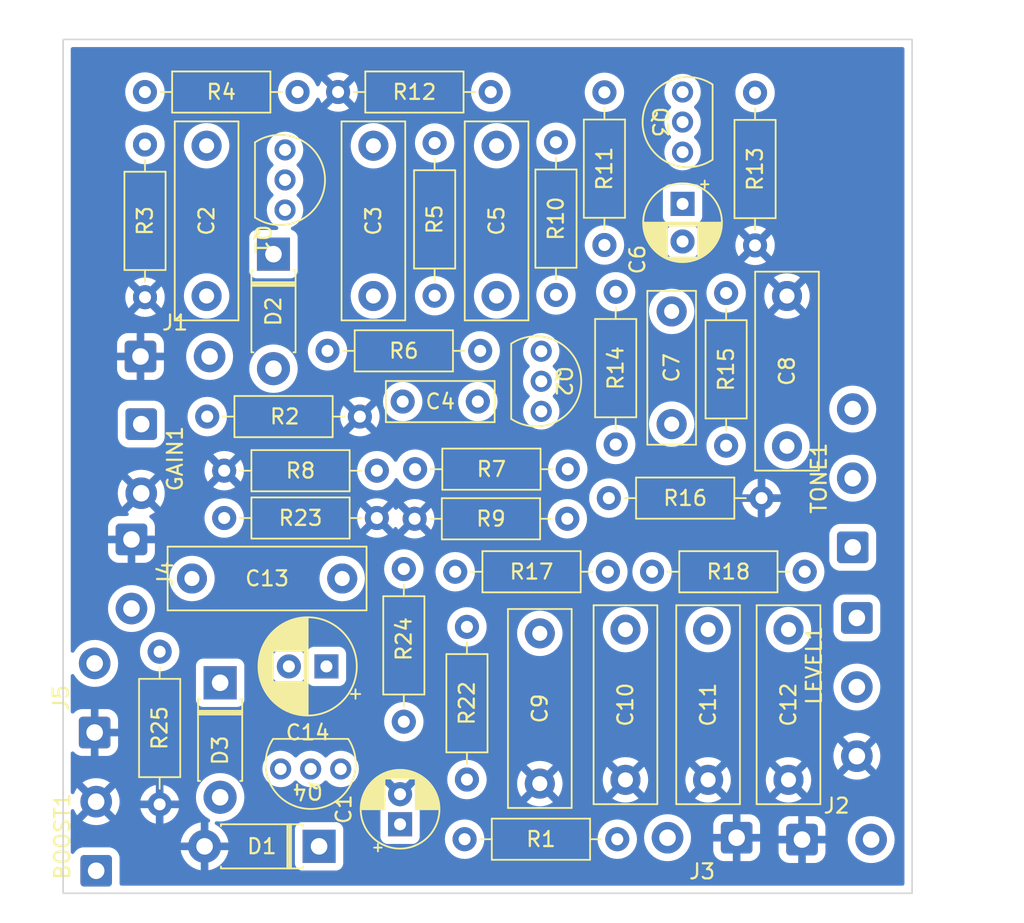
<source format=kicad_pcb>
(kicad_pcb (version 20211014) (generator pcbnew)
  (layers (0 "F.Cu" signal) (31 "B.Cu" signal) (34 "B.Paste" user) (35 "F.Paste" user) (36 "B.SilkS" user "B.Silkscreen") (37 "F.SilkS" user "F.Silkscreen") (38 "B.Mask" user) (39 "F.Mask" user) (44 "Edge.Cuts" user))
  (net 0 "")
  (net 1 "Net-(BOOST1-Pad1)")
  (net 2 "GND")
  (net 3 "VCC")
  (net 4 "ODR_IN")
  (net 5 "Net-(C2-Pad2)")
  (net 6 "Net-(C3-Pad1)")
  (net 7 "IN2")
  (net 8 "Net-(C4-Pad2)")
  (net 9 "Net-(C5-Pad1)")
  (net 10 "IN3")
  (net 11 "Net-(C6-Pad1)")
  (net 12 "Net-(C7-Pad2)")
  (net 13 "Net-(C8-Pad1)")
  (net 14 "Net-(C10-Pad2)")
  (net 15 "Net-(C11-Pad2)")
  (net 16 "SHO_IN")
  (net 17 "Net-(C13-Pad2)")
  (net 18 "Net-(C14-Pad1)")
  (net 19 "SHO_OUT")
  (net 20 "9V")
  (net 21 "Net-(D2-Pad2)")
  (net 22 "ODR_OUT")
  (net 23 "Net-(Q2-Pad3)")
  (net 24 "Net-(Q3-Pad3)")
  (net 25 "Net-(R17-Pad1)")
  (net 26 "IN4")
  (footprint "Resistor_THT:R_Axial_DIN0207_L6.3mm_D2.5mm_P10.16mm_Horizontal" (layer "F.Cu") (at 91.625 46.705 90)
    (fp_text reference "R13" (at 5.08 0 90) (layer "F.SilkS"))
    (fp_text value "330R" hide)
    (pad "1" thru_hole circle (at 0 0 90) (size 1.6 1.6) (drill 0.8) (layers *.Cu *.Mask) (net 2 "GND"))
    (pad "2" thru_hole oval (at 10.16 0 90) (size 1.6 1.6) (drill 0.8) (layers *.Cu *.Mask) (net 24 "Net-(Q3-Pad3)"))
  )
  (footprint "Connector_Wire:SolderWire-0.5sqmm_1x02_P4.6mm_D0.9mm_OD2.1mm" (layer "F.Cu") (at 50.725 54.1)
    (fp_text reference "J1" (at 2.3 -2.25) (layer "F.SilkS"))
    (fp_text value "OD_IN")
    (pad "1" thru_hole roundrect (at 0 0) (size 2.1 2.1) (drill 1.1) (layers *.Cu *.Mask) (roundrect_rratio 0.119048) (net 2 "GND"))
    (pad "2" thru_hole circle (at 4.6 0) (size 2.1 2.1) (drill 1.1) (layers *.Cu *.Mask) (net 4 "ODR_IN"))
  )
  (footprint "Resistor_THT:R_Axial_DIN0207_L6.3mm_D2.5mm_P10.16mm_Horizontal" (layer "F.Cu") (at 82.455 86.225 180)
    (fp_text reference "R1" (at 5.08 0) (layer "F.SilkS"))
    (fp_text value "82R" hide)
    (pad "1" thru_hole circle (at 0 0 180) (size 1.6 1.6) (drill 0.8) (layers *.Cu *.Mask) (net 20 "9V"))
    (pad "2" thru_hole oval (at 10.16 0 180) (size 1.6 1.6) (drill 0.8) (layers *.Cu *.Mask) (net 3 "VCC"))
  )
  (footprint "Resistor_THT:R_Axial_DIN0207_L6.3mm_D2.5mm_P10.16mm_Horizontal" (layer "F.Cu") (at 81.895 63.525)
    (fp_text reference "R16" (at 5.08 0) (layer "F.SilkS"))
    (fp_text value "82K" hide)
    (pad "1" thru_hole circle (at 0 0) (size 1.6 1.6) (drill 0.8) (layers *.Cu *.Mask) (net 12 "Net-(C7-Pad2)"))
    (pad "2" thru_hole oval (at 10.16 0) (size 1.6 1.6) (drill 0.8) (layers *.Cu *.Mask) (net 2 "GND"))
  )
  (footprint "Diode_THT:D_DO-41_SOD81_P7.62mm_Horizontal" (layer "F.Cu") (at 62.61 86.7 180)
    (fp_text reference "D1" (at 3.81 0) (layer "F.SilkS"))
    (fp_text value "1N4007" hide)
    (pad "1" thru_hole rect (at 0 0 180) (size 2.2 2.2) (drill 1.1) (layers *.Cu *.Mask) (net 20 "9V"))
    (pad "2" thru_hole oval (at 7.62 0 180) (size 2.2 2.2) (drill 1.1) (layers *.Cu *.Mask) (net 2 "GND"))
  )
  (footprint "Connector_Wire:SolderWire-0.5sqmm_1x02_P4.6mm_D0.9mm_OD2.1mm" (layer "F.Cu") (at 50.775 58.6 -90)
    (fp_text reference "GAIN1" (at 2.3 -2.25 90) (layer "F.SilkS"))
    (fp_text value "5KC")
    (pad "1" thru_hole roundrect (at 0 0 270) (size 2.1 2.1) (drill 1.1) (layers *.Cu *.Mask) (roundrect_rratio 0.119048) (net 21 "Net-(D2-Pad2)"))
    (pad "2" thru_hole circle (at 4.6 0 270) (size 2.1 2.1) (drill 1.1) (layers *.Cu *.Mask) (net 2 "GND"))
  )
  (footprint "Diode_THT:D_DO-41_SOD81_P7.62mm_Horizontal" (layer "F.Cu") (at 59.575 47.29 -90)
    (fp_text reference "D2" (at 3.81 0 90) (layer "F.SilkS"))
    (fp_text value "9.1VZener" hide)
    (pad "1" thru_hole rect (at 0 0 270) (size 2.2 2.2) (drill 1.1) (layers *.Cu *.Mask) (net 5 "Net-(C2-Pad2)"))
    (pad "2" thru_hole oval (at 7.62 0 270) (size 2.2 2.2) (drill 1.1) (layers *.Cu *.Mask) (net 21 "Net-(D2-Pad2)"))
  )
  (footprint "Connector_Wire:SolderWire-0.5sqmm_1x02_P4.6mm_D0.9mm_OD2.1mm" (layer "F.Cu") (at 47.775 88.325 90)
    (fp_text reference "BOOST1" (at 2.3 -2.25 90) (layer "F.SilkS"))
    (fp_text value "5KC")
    (pad "1" thru_hole roundrect (at 0 0 90) (size 2.1 2.1) (drill 1.1) (layers *.Cu *.Mask) (roundrect_rratio 0.119048) (net 1 "Net-(BOOST1-Pad1)"))
    (pad "2" thru_hole circle (at 4.6 0 90) (size 2.1 2.1) (drill 1.1) (layers *.Cu *.Mask) (net 2 "GND"))
  )
  (footprint "Connector_Wire:SolderWire-0.5sqmm_1x03_P4.6mm_D0.9mm_OD2.1mm" (layer "F.Cu") (at 98.4 71.5 -90)
    (fp_text reference "LEVEL1" (at 3.15 2.85 90) (layer "F.SilkS"))
    (fp_text value "100KB")
    (pad "1" thru_hole roundrect (at 0 0 270) (size 2.1 2.1) (drill 1.1) (layers *.Cu *.Mask) (roundrect_rratio 0.119048) (net 15 "Net-(C11-Pad2)"))
    (pad "2" thru_hole circle (at 4.6 0 270) (size 2.1 2.1) (drill 1.1) (layers *.Cu *.Mask) (net 22 "ODR_OUT"))
    (pad "3" thru_hole circle (at 9.2 0 270) (size 2.1 2.1) (drill 1.1) (layers *.Cu *.Mask) (net 2 "GND"))
  )
  (footprint "Resistor_THT:R_Axial_DIN0207_L6.3mm_D2.5mm_P10.16mm_Horizontal" (layer "F.Cu") (at 71.67 68.425)
    (fp_text reference "R17" (at 5.08 0) (layer "F.SilkS"))
    (fp_text value "10K" hide)
    (pad "1" thru_hole circle (at 0 0) (size 1.6 1.6) (drill 0.8) (layers *.Cu *.Mask) (net 25 "Net-(R17-Pad1)"))
    (pad "2" thru_hole oval (at 10.16 0) (size 1.6 1.6) (drill 0.8) (layers *.Cu *.Mask) (net 14 "Net-(C10-Pad2)"))
  )
  (footprint "Capacitor_THT:C_Rect_L13.0mm_W4.0mm_P10.00mm_FKS3_FKP3_MKS4" (layer "F.Cu") (at 77.3 82.525 90)
    (fp_text reference "C9" (at 5 0 90) (layer "F.SilkS"))
    (fp_text value "1n" hide)
    (pad "1" thru_hole circle (at 0 0 90) (size 2 2) (drill 1) (layers *.Cu *.Mask) (net 2 "GND"))
    (pad "2" thru_hole circle (at 10 0 90) (size 2 2) (drill 1) (layers *.Cu *.Mask) (net 14 "Net-(C10-Pad2)"))
  )
  (footprint "Resistor_THT:R_Axial_DIN0207_L6.3mm_D2.5mm_P10.16mm_Horizontal" (layer "F.Cu") (at 66.455 64.85 180)
    (fp_text reference "R23" (at 5.08 0) (layer "F.SilkS"))
    (fp_text value "1M" hide)
    (pad "1" thru_hole circle (at 0 0 180) (size 1.6 1.6) (drill 0.8) (layers *.Cu *.Mask) (net 2 "GND"))
    (pad "2" thru_hole oval (at 10.16 0 180) (size 1.6 1.6) (drill 0.8) (layers *.Cu *.Mask) (net 17 "Net-(C13-Pad2)"))
  )
  (footprint "Capacitor_THT:CP_Radial_D5.0mm_P2.50mm" (layer "F.Cu") (at 86.8 43.944888 -90)
    (fp_text reference "C6" (at 3.705112 3 90) (layer "F.SilkS"))
    (fp_text value "1u" hide)
    (pad "1" thru_hole rect (at 0 0 270) (size 1.6 1.6) (drill 0.8) (layers *.Cu *.Mask) (net 11 "Net-(C6-Pad1)"))
    (pad "2" thru_hole circle (at 2.5 0 270) (size 1.6 1.6) (drill 0.8) (layers *.Cu *.Mask) (net 26 "IN4"))
  )
  (footprint "Resistor_THT:R_Axial_DIN0207_L6.3mm_D2.5mm_P10.16mm_Horizontal" (layer "F.Cu") (at 70.3 39.895 -90)
    (fp_text reference "R5" (at 5.08 0 90) (layer "F.SilkS"))
    (fp_text value "5K1" hide)
    (pad "1" thru_hole circle (at 0 0 270) (size 1.6 1.6) (drill 0.8) (layers *.Cu *.Mask) (net 6 "Net-(C3-Pad1)"))
    (pad "2" thru_hole oval (at 10.16 0 270) (size 1.6 1.6) (drill 0.8) (layers *.Cu *.Mask) (net 3 "VCC"))
  )
  (footprint "Resistor_THT:R_Axial_DIN0207_L6.3mm_D2.5mm_P10.16mm_Horizontal" (layer "F.Cu") (at 65.325 58.1 180)
    (fp_text reference "R2" (at 5 0) (layer "F.SilkS"))
    (fp_text value "1M" hide)
    (pad "1" thru_hole circle (at 0 0 180) (size 1.6 1.6) (drill 0.8) (layers *.Cu *.Mask) (net 2 "GND"))
    (pad "2" thru_hole oval (at 10.16 0 180) (size 1.6 1.6) (drill 0.8) (layers *.Cu *.Mask) (net 4 "ODR_IN"))
  )
  (footprint "Resistor_THT:R_Axial_DIN0207_L6.3mm_D2.5mm_P10.16mm_Horizontal" (layer "F.Cu") (at 69 61.6)
    (fp_text reference "R7" (at 5.08 0) (layer "F.SilkS"))
    (fp_text value "1M" hide)
    (pad "1" thru_hole circle (at 0 0) (size 1.6 1.6) (drill 0.8) (layers *.Cu *.Mask) (net 8 "Net-(C4-Pad2)"))
    (pad "2" thru_hole oval (at 10.16 0) (size 1.6 1.6) (drill 0.8) (layers *.Cu *.Mask) (net 9 "Net-(C5-Pad1)"))
  )
  (footprint "footprints:Transistor_THT_2mmRM" (layer "F.Cu") (at 86.8 38.5 90)
    (fp_text reference "Q3" (at 0 -1.5 270 unlocked) (layer "F.SilkS"))
    (fp_text value "BS170" hide)
    (pad "1" thru_hole circle (at -2 0 90) (size 1.4 1.4) (drill 0.8) (layers *.Cu *.Mask) (net 11 "Net-(C6-Pad1)"))
    (pad "2" thru_hole circle (at 0 0 90) (size 1.4 1.4) (drill 0.8) (layers *.Cu *.Mask) (net 10 "IN3"))
    (pad "3" thru_hole circle (at 2 0 90) (size 1.4 1.4) (drill 0.8) (layers *.Cu *.Mask) (net 24 "Net-(Q3-Pad3)"))
  )
  (footprint "Capacitor_THT:C_Rect_L13.0mm_W4.0mm_P10.00mm_FKS3_FKP3_MKS4" (layer "F.Cu") (at 54.15 68.875)
    (fp_text reference "C13" (at 5 0) (layer "F.SilkS"))
    (fp_text value "100n" hide)
    (pad "1" thru_hole circle (at 0 0) (size 2 2) (drill 1) (layers *.Cu *.Mask) (net 16 "SHO_IN"))
    (pad "2" thru_hole circle (at 10 0) (size 2 2) (drill 1) (layers *.Cu *.Mask) (net 17 "Net-(C13-Pad2)"))
  )
  (footprint "Capacitor_THT:C_Rect_L13.0mm_W4.0mm_P10.00mm_FKS3_FKP3_MKS4" (layer "F.Cu") (at 55.125 50.075 90)
    (fp_text reference "C2" (at 5 0 90) (layer "F.SilkS"))
    (fp_text value "100n" hide)
    (pad "1" thru_hole circle (at 0 0 90) (size 2 2) (drill 1) (layers *.Cu *.Mask) (net 4 "ODR_IN"))
    (pad "2" thru_hole circle (at 10 0 90) (size 2 2) (drill 1) (layers *.Cu *.Mask) (net 5 "Net-(C2-Pad2)"))
  )
  (footprint "Connector_Wire:SolderWire-0.5sqmm_1x02_P4.6mm_D0.9mm_OD2.1mm" (layer "F.Cu") (at 47.675 79.125 90)
    (fp_text reference "J5" (at 2.3 -2.25 90) (layer "F.SilkS"))
    (fp_text value "SHO_OUT")
    (pad "1" thru_hole roundrect (at 0 0 90) (size 2.1 2.1) (drill 1.1) (layers *.Cu *.Mask) (roundrect_rratio 0.119048) (net 2 "GND"))
    (pad "2" thru_hole circle (at 4.6 0 90) (size 2.1 2.1) (drill 1.1) (layers *.Cu *.Mask) (net 19 "SHO_OUT"))
  )
  (footprint "Resistor_THT:R_Axial_DIN0207_L6.3mm_D2.5mm_P10.16mm_Horizontal" (layer "F.Cu") (at 52 73.745 -90)
    (fp_text reference "R25" (at 5.08 0 90) (layer "F.SilkS"))
    (fp_text value "47K" hide)
    (pad "1" thru_hole circle (at 0 0 270) (size 1.6 1.6) (drill 0.8) (layers *.Cu *.Mask) (net 19 "SHO_OUT"))
    (pad "2" thru_hole oval (at 10.16 0 270) (size 1.6 1.6) (drill 0.8) (layers *.Cu *.Mask) (net 2 "GND"))
  )
  (footprint "Connector_Wire:SolderWire-0.5sqmm_1x02_P4.6mm_D0.9mm_OD2.1mm" (layer "F.Cu") (at 94.75 86.25)
    (fp_text reference "J2" (at 2.3 -2.25) (layer "F.SilkS"))
    (fp_text value "ODR_OUT")
    (pad "1" thru_hole roundrect (at 0 0) (size 2.1 2.1) (drill 1.1) (layers *.Cu *.Mask) (roundrect_rratio 0.119048) (net 2 "GND"))
    (pad "2" thru_hole circle (at 4.6 0) (size 2.1 2.1) (drill 1.1) (layers *.Cu *.Mask) (net 22 "ODR_OUT"))
  )
  (footprint "Resistor_THT:R_Axial_DIN0207_L6.3mm_D2.5mm_P10.16mm_Horizontal" (layer "F.Cu") (at 68.25 78.405 90)
    (fp_text reference "R24" (at 5.5 0 90) (layer "F.SilkS"))
    (fp_text value "5K1" hide)
    (pad "1" thru_hole circle (at 0 0 90) (size 1.6 1.6) (drill 0.8) (layers *.Cu *.Mask) (net 18 "Net-(C14-Pad1)"))
    (pad "2" thru_hole oval (at 10.16 0 90) (size 1.6 1.6) (drill 0.8) (layers *.Cu *.Mask) (net 3 "VCC"))
  )
  (footprint "Resistor_THT:R_Axial_DIN0207_L6.3mm_D2.5mm_P10.16mm_Horizontal" (layer "F.Cu") (at 84.77 68.425)
    (fp_text reference "R18" (at 5.08 0) (layer "F.SilkS"))
    (fp_text value "10K" hide)
    (pad "1" thru_hole circle (at 0 0) (size 1.6 1.6) (drill 0.8) (layers *.Cu *.Mask) (net 14 "Net-(C10-Pad2)"))
    (pad "2" thru_hole oval (at 10.16 0) (size 1.6 1.6) (drill 0.8) (layers *.Cu *.Mask) (net 15 "Net-(C11-Pad2)"))
  )
  (footprint "Resistor_THT:R_Axial_DIN0207_L6.3mm_D2.5mm_P10.16mm_Horizontal" (layer "F.Cu") (at 78.375 50.005 90)
    (fp_text reference "R10" (at 5.08 0 90) (layer "F.SilkS"))
    (fp_text value "5K1" hide)
    (pad "1" thru_hole circle (at 0 0 90) (size 1.6 1.6) (drill 0.8) (layers *.Cu *.Mask) (net 9 "Net-(C5-Pad1)"))
    (pad "2" thru_hole oval (at 10.16 0 90) (size 1.6 1.6) (drill 0.8) (layers *.Cu *.Mask) (net 3 "VCC"))
  )
  (footprint "Connector_Wire:SolderWire-0.5sqmm_1x02_P4.6mm_D0.9mm_OD2.1mm" (layer "F.Cu") (at 50.125 66.275 -90)
    (fp_text reference "J4" (at 2.3 -2.25 90) (layer "F.SilkS"))
    (fp_text value "SHO_IN")
    (pad "1" thru_hole roundrect (at 0 0 270) (size 2.1 2.1) (drill 1.1) (layers *.Cu *.Mask) (roundrect_rratio 0.119048) (net 2 "GND"))
    (pad "2" thru_hole circle (at 4.6 0 270) (size 2.1 2.1) (drill 1.1) (layers *.Cu *.Mask) (net 16 "SHO_IN"))
  )
  (footprint "Capacitor_THT:C_Rect_L13.0mm_W4.0mm_P10.00mm_FKS3_FKP3_MKS4" (layer "F.Cu") (at 83 82.275 90)
    (fp_text reference "C10" (at 5 0 90) (layer "F.SilkS"))
    (fp_text value "1n" hide)
    (pad "1" thru_hole circle (at 0 0 90) (size 2 2) (drill 1) (layers *.Cu *.Mask) (net 2 "GND"))
    (pad "2" thru_hole circle (at 10 0 90) (size 2 2) (drill 1) (layers *.Cu *.Mask) (net 14 "Net-(C10-Pad2)"))
  )
  (footprint "Connector_Wire:SolderWire-0.5sqmm_1x02_P4.6mm_D0.9mm_OD2.1mm" (layer "F.Cu") (at 90.4 86.125 180)
    (fp_text reference "J3" (at 2.3 -2.25) (layer "F.SilkS"))
    (fp_text value "9V")
    (pad "1" thru_hole roundrect (at 0 0 180) (size 2.1 2.1) (drill 1.1) (layers *.Cu *.Mask) (roundrect_rratio 0.119048) (net 2 "GND"))
    (pad "2" thru_hole circle (at 4.6 0 180) (size 2.1 2.1) (drill 1.1) (layers *.Cu *.Mask) (net 20 "9V"))
  )
  (footprint "Capacitor_THT:C_Rect_L10.0mm_W3.0mm_P7.50mm_MKS4" (layer "F.Cu") (at 86.075 51.1 -90)
    (fp_text reference "C7" (at 3.75 0 90) (layer "F.SilkS"))
    (fp_text value "10n" hide)
    (pad "1" thru_hole circle (at 0 0 270) (size 2 2) (drill 1) (layers *.Cu *.Mask) (net 26 "IN4"))
    (pad "2" thru_hole circle (at 7.5 0 270) (size 2 2) (drill 1) (layers *.Cu *.Mask) (net 12 "Net-(C7-Pad2)"))
  )
  (footprint "Resistor_THT:R_Axial_DIN0207_L6.3mm_D2.5mm_P10.16mm_Horizontal" (layer "F.Cu") (at 81.6 36.52 -90)
    (fp_text reference "R11" (at 5.08 0 90) (layer "F.SilkS"))
    (fp_text value "1M" hide)
    (pad "1" thru_hole circle (at 0 0 270) (size 1.6 1.6) (drill 0.8) (layers *.Cu *.Mask) (net 10 "IN3"))
    (pad "2" thru_hole oval (at 10.16 0 270) (size 1.6 1.6) (drill 0.8) (layers *.Cu *.Mask) (net 11 "Net-(C6-Pad1)"))
  )
  (footprint "Resistor_THT:R_Axial_DIN0207_L6.3mm_D2.5mm_P10.16mm_Horizontal" (layer "F.Cu") (at 68.97 64.9)
    (fp_text reference "R9" (at 5.08 0) (layer "F.SilkS"))
    (fp_text value "100R" hide)
    (pad "1" thru_hole circle (at 0 0) (size 1.6 1.6) (drill 0.8) (layers *.Cu *.Mask) (net 2 "GND"))
    (pad "2" thru_hole oval (at 10.16 0) (size 1.6 1.6) (drill 0.8) (layers *.Cu *.Mask) (net 23 "Net-(Q2-Pad3)"))
  )
  (footprint "Capacitor_THT:C_Rect_L13.0mm_W4.0mm_P10.00mm_FKS3_FKP3_MKS4" (layer "F.Cu") (at 66.225 40.075 -90)
    (fp_text reference "C3" (at 5 0 90) (layer "F.SilkS"))
    (fp_text value "22n" hide)
    (pad "1" thru_hole circle (at 0 0 270) (size 2 2) (drill 1) (layers *.Cu *.Mask) (net 6 "Net-(C3-Pad1)"))
    (pad "2" thru_hole circle (at 10 0 270) (size 2 2) (drill 1) (layers *.Cu *.Mask) (net 7 "IN2"))
  )
  (footprint "Resistor_THT:R_Axial_DIN0207_L6.3mm_D2.5mm_P10.16mm_Horizontal" (layer "F.Cu") (at 51.025 50.155 90)
    (fp_text reference "R3" (at 5.08 0 90) (layer "F.SilkS"))
    (fp_text value "1M" hide)
    (pad "1" thru_hole circle (at 0 0 90) (size 1.6 1.6) (drill 0.8) (layers *.Cu *.Mask) (net 2 "GND"))
    (pad "2" thru_hole oval (at 10.16 0 90) (size 1.6 1.6) (drill 0.8) (layers *.Cu *.Mask) (net 5 "Net-(C2-Pad2)"))
  )
  (footprint "Capacitor_THT:C_Rect_L13.0mm_W4.0mm_P10.00mm_FKS3_FKP3_MKS4" (layer "F.Cu") (at 93.85 82.275 90)
    (fp_text reference "C12" (at 5 0 90) (layer "F.SilkS"))
    (fp_text value "1n" hide)
    (pad "1" thru_hole circle (at 0 0 90) (size 2 2) (drill 1) (layers *.Cu *.Mask) (net 2 "GND"))
    (pad "2" thru_hole circle (at 10 0 90) (size 2 2) (drill 1) (layers *.Cu *.Mask) (net 15 "Net-(C11-Pad2)"))
  )
  (footprint "Capacitor_THT:CP_Radial_D6.3mm_P2.50mm" (layer "F.Cu") (at 63.1 74.725 180)
    (fp_text reference "C14" (at 1.25 -4.4) (layer "F.SilkS"))
    (fp_text value "10u" hide)
    (pad "1" thru_hole rect (at 0 0 180) (size 1.6 1.6) (drill 0.8) (layers *.Cu *.Mask) (net 18 "Net-(C14-Pad1)"))
    (pad "2" thru_hole circle (at 2.5 0 180) (size 1.6 1.6) (drill 0.8) (layers *.Cu *.Mask) (net 19 "SHO_OUT"))
  )
  (footprint "Capacitor_THT:C_Rect_L7.0mm_W2.5mm_P5.00mm" (layer "F.Cu") (at 68.175 57.1)
    (fp_text reference "C4" (at 2.5 0) (layer "F.SilkS"))
    (fp_text value "470p" hide)
    (pad "1" thru_hole circle (at 0 0) (size 1.6 1.6) (drill 0.8) (layers *.Cu *.Mask) (net 7 "IN2"))
    (pad "2" thru_hole circle (at 5 0) (size 1.6 1.6) (drill 0.8) (layers *.Cu *.Mask) (net 8 "Net-(C4-Pad2)"))
  )
  (footprint "Resistor_THT:R_Axial_DIN0207_L6.3mm_D2.5mm_P10.16mm_Horizontal" (layer "F.Cu") (at 89.7 49.875 -90)
    (fp_text reference "R15" (at 5.08 0 90) (layer "F.SilkS"))
    (fp_text value "47K" hide)
    (pad "1" thru_hole circle (at 0 0 270) (size 1.6 1.6) (drill 0.8) (layers *.Cu *.Mask) (net 26 "IN4"))
    (pad "2" thru_hole oval (at 10.16 0 270) (size 1.6 1.6) (drill 0.8) (layers *.Cu *.Mask) (net 13 "Net-(C8-Pad1)"))
  )
  (footprint "Resistor_THT:R_Axial_DIN0207_L6.3mm_D2.5mm_P10.16mm_Horizontal" (layer "F.Cu") (at 82.35 49.795 -90)
    (fp_text reference "R14" (at 5.08 0 -270) (layer "F.SilkS"))
    (fp_text value "5K1" hide)
    (pad "1" thru_hole circle (at 0 0 270) (size 1.6 1.6) (drill 0.8) (layers *.Cu *.Mask) (net 11 "Net-(C6-Pad1)"))
    (pad "2" thru_hole oval (at 10.16 0 270) (size 1.6 1.6) (drill 0.8) (layers *.Cu *.Mask) (net 3 "VCC"))
  )
  (footprint "Connector_Wire:SolderWire-0.5sqmm_1x03_P4.6mm_D0.9mm_OD2.1mm" (layer "F.Cu") (at 98.125 66.8 90)
    (fp_text reference "TONE1" (at 4.6 -2.25 90) (layer "F.SilkS"))
    (fp_text value "100KB")
    (pad "1" thru_hole roundrect (at 0 0 90) (size 2.1 2.1) (drill 1.1) (layers *.Cu *.Mask) (roundrect_rratio 0.119048) (net 13 "Net-(C8-Pad1)"))
    (pad "2" thru_hole circle (at 4.6 0 90) (size 2.1 2.1) (drill 1.1) (layers *.Cu *.Mask) (net 25 "Net-(R17-Pad1)"))
    (pad "3" thru_hole circle (at 9.2 0 90) (size 2.1 2.1) (drill 1.1) (layers *.Cu *.Mask) (net 12 "Net-(C7-Pad2)"))
  )
  (footprint "Resistor_THT:R_Axial_DIN0207_L6.3mm_D2.5mm_P10.16mm_Horizontal" (layer "F.Cu") (at 73.33 53.725 180)
    (fp_text reference "R6" (at 5.08 0) (layer "F.SilkS"))
    (fp_text value "470K" hide)
    (pad "1" thru_hole circle (at 0 0 180) (size 1.6 1.6) (drill 0.8) (layers *.Cu *.Mask) (net 8 "Net-(C4-Pad2)"))
    (pad "2" thru_hole oval (at 10.16 0 180) (size 1.6 1.6) (drill 0.8) (layers *.Cu *.Mask) (net 7 "IN2"))
  )
  (footprint "Resistor_THT:R_Axial_DIN0207_L6.3mm_D2.5mm_P10.16mm_Horizontal" (layer "F.Cu") (at 56.295 61.7)
    (fp_text reference "R8" (at 5.08 0) (layer "F.SilkS"))
    (fp_text value "1M" hide)
    (pad "1" thru_hole circle (at 0 0) (size 1.6 1.6) (drill 0.8) (layers *.Cu *.Mask) (net 2 "GND"))
    (pad "2" thru_hole oval (at 10.16 0) (size 1.6 1.6) (drill 0.8) (layers *.Cu *.Mask) (net 8 "Net-(C4-Pad2)"))
  )
  (footprint "footprints:Transistor_THT_2mmRM" (layer "F.Cu") (at 62.05 81.55 180)
    (fp_text reference "Q4" (at 0.19 -1.5 180 unlocked) (layer "F.SilkS"))
    (fp_text value "BS170" hide)
    (pad "1" thru_hole circle (at -2 0 180) (size 1.4 1.4) (drill 0.8) (layers *.Cu *.Mask) (net 18 "Net-(C14-Pad1)"))
    (pad "2" thru_hole circle (at 0 0 180) (size 1.4 1.4) (drill 0.8) (layers *.Cu *.Mask) (net 17 "Net-(C13-Pad2)"))
    (pad "3" thru_hole circle (at 2 0 180) (size 1.4 1.4) (drill 0.8) (layers *.Cu *.Mask) (net 1 "Net-(BOOST1-Pad1)"))
  )
  (footprint "Resistor_THT:R_Axial_DIN0207_L6.3mm_D2.5mm_P10.16mm_Horizontal" (layer "F.Cu") (at 63.875 36.5)
    (fp_text reference "R12" (at 5.08 0) (layer "F.SilkS"))
    (fp_text value "1M" hide)
    (pad "1" thru_hole circle (at 0 0) (size 1.6 1.6) (drill 0.8) (layers *.Cu *.Mask) (net 2 "GND"))
    (pad "2" thru_hole oval (at 10.16 0) (size 1.6 1.6) (drill 0.8) (layers *.Cu *.Mask) (net 10 "IN3"))
  )
  (footprint "Resistor_THT:R_Axial_DIN0207_L6.3mm_D2.5mm_P10.16mm_Horizontal" (layer "F.Cu") (at 51.02 36.5)
    (fp_text reference "R4" (at 5.08 0) (layer "F.SilkS"))
    (fp_text value "1M" hide)
    (pad "1" thru_hole circle (at 0 0) (size 1.6 1.6) (drill 0.8) (layers *.Cu *.Mask) (net 5 "Net-(C2-Pad2)"))
    (pad "2" thru_hole oval (at 10.16 0) (size 1.6 1.6) (drill 0.8) (layers *.Cu *.Mask) (net 6 "Net-(C3-Pad1)"))
  )
  (footprint "Capacitor_THT:C_Rect_L13.0mm_W4.0mm_P10.00mm_FKS3_FKP3_MKS4" (layer "F.Cu") (at 88.5 82.275 90)
    (fp_text reference "C11" (at 5 0 90) (layer "F.SilkS"))
    (fp_text value "1n" hide)
    (pad "1" thru_hole circle (at 0 0 90) (size 2 2) (drill 1) (layers *.Cu *.Mask) (net 2 "GND"))
    (pad "2" thru_hole circle (at 10 0 90) (size 2 2) (drill 1) (layers *.Cu *.Mask) (net 15 "Net-(C11-Pad2)"))
  )
  (footprint "Capacitor_THT:C_Rect_L13.0mm_W4.0mm_P10.00mm_FKS3_FKP3_MKS4" (layer "F.Cu") (at 74.425 50.075 90)
    (fp_text reference "C5" (at 5 0 90) (layer "F.SilkS"))
    (fp_text value "22n" hide)
    (pad "1" thru_hole circle (at 0 0 90) (size 2 2) (drill 1) (layers *.Cu *.Mask) (net 9 "Net-(C5-Pad1)"))
    (pad "2" thru_hole circle (at 10 0 90) (size 2 2) (drill 1) (layers *.Cu *.Mask) (net 10 "IN3"))
  )
  (footprint "Resistor_THT:R_Axial_DIN0207_L6.3mm_D2.5mm_P10.16mm_Horizontal" (layer "F.Cu") (at 72.45 72.095 -90)
    (fp_text reference "R22" (at 5.08 0 90) (layer "F.SilkS"))
    (fp_text value "1M" hide)
    (pad "1" thru_hole circle (at 0 0 270) (size 1.6 1.6) (drill 0.8) (layers *.Cu *.Mask) (net 17 "Net-(C13-Pad2)"))
    (pad "2" thru_hole oval (at 10.16 0 270) (size 1.6 1.6) (drill 0.8) (layers *.Cu *.Mask) (net 18 "Net-(C14-Pad1)"))
  )
  (footprint "Capacitor_THT:CP_Radial_D5.0mm_P2.00mm" (layer "F.Cu") (at 68 85.230112 90)
    (fp_text reference "C1" (at 1 -3.75 90) (layer "F.SilkS"))
    (fp_text value "47u" hide)
    (pad "1" thru_hole rect (at 0 0 90) (size 1.6 1.6) (drill 0.8) (layers *.Cu *.Mask) (net 3 "VCC"))
    (pad "2" thru_hole circle (at 2 0 90) (size 1.6 1.6) (drill 0.8) (layers *.Cu *.Mask) (net 2 "GND"))
  )
  (footprint "Diode_THT:D_DO-41_SOD81_P7.62mm_Horizontal" (layer "F.Cu") (at 56.025 75.815 -90)
    (fp_text reference "D3" (at 4.5 0 -270) (layer "F.SilkS"))
    (fp_text value "1N4148" hide)
    (pad "1" thru_hole rect (at 0 0 270) (size 2.2 2.2) (drill 1.1) (layers *.Cu *.Mask) (net 17 "Net-(C13-Pad2)"))
    (pad "2" thru_hole oval (at 7.62 0 270) (size 2.2 2.2) (drill 1.1) (layers *.Cu *.Mask) (net 1 "Net-(BOOST1-Pad1)"))
  )
  (footprint "Capacitor_THT:C_Rect_L13.0mm_W4.0mm_P10.00mm_FKS3_FKP3_MKS4" (layer "F.Cu") (at 93.75 60.075 90)
    (fp_text reference "C8" (at 5 0 90) (layer "F.SilkS"))
    (fp_text value "22n" hide)
    (pad "1" thru_hole circle (at 0 0 90) (size 2 2) (drill 1) (layers *.Cu *.Mask) (net 13 "Net-(C8-Pad1)"))
    (pad "2" thru_hole circle (at 10 0 90) (size 2 2) (drill 1) (layers *.Cu *.Mask) (net 2 "GND"))
  )
  (footprint "footprints:Transistor_THT_2mmRM" (layer "F.Cu") (at 77.394795 55.75 -90)
    (fp_text reference "Q2" (at 0 -1.5 -90 unlocked) (layer "F.SilkS"))
    (fp_text value "BS170" hide)
    (pad "1" thru_hole circle (at -2 0 270) (size 1.4 1.4) (drill 0.8) (layers *.Cu *.Mask) (net 9 "Net-(C5-Pad1)"))
    (pad "2" thru_hole circle (at 0 0 270) (size 1.4 1.4) (drill 0.8) (layers *.Cu *.Mask) (net 8 "Net-(C4-Pad2)"))
    (pad "3" thru_hole circle (at 2 0 270) (size 1.4 1.4) (drill 0.8) (layers *.Cu *.Mask) (net 23 "Net-(Q2-Pad3)"))
  )
  (footprint "footprints:Transistor_THT_2mmRM" (layer "F.Cu") (at 60.344795 42.35 -90)
    (fp_text reference "Q1" (at 4 1.5 -90 unlocked) (layer "F.SilkS"))
    (fp_text value "BS170" hide)
    (pad "1" thru_hole circle (at -2 0 270) (size 1.4 1.4) (drill 0.8) (layers *.Cu *.Mask) (net 6 "Net-(C3-Pad1)"))
    (pad "2" thru_hole circle (at 0 0 270) (size 1.4 1.4) (drill 0.8) (layers *.Cu *.Mask) (net 5 "Net-(C2-Pad2)"))
    (pad "3" thru_hole circle (at 2 0 270) (size 1.4 1.4) (drill 0.8) (layers *.Cu *.Mask) (net 21 "Net-(D2-Pad2)"))
  )
  (gr_rect (start 45.575 33) (end 102.075 89.825) (layer "Edge.Cuts") (width 0.1) (fill none))
  (zone (net 2) (net_name "GND") (layer "B.Cu") (connect_pads (clearance 0.508)) (min_thickness 0.254) (fill yes (thermal_gap 0.508) (thermal_bridge_width 0.508))
    (polygon (pts (xy 109.525 91.7) (xy 41.375 91.8) (xy 43.05 31.3) (xy 106.9 30.375)))
  )
)
</source>
